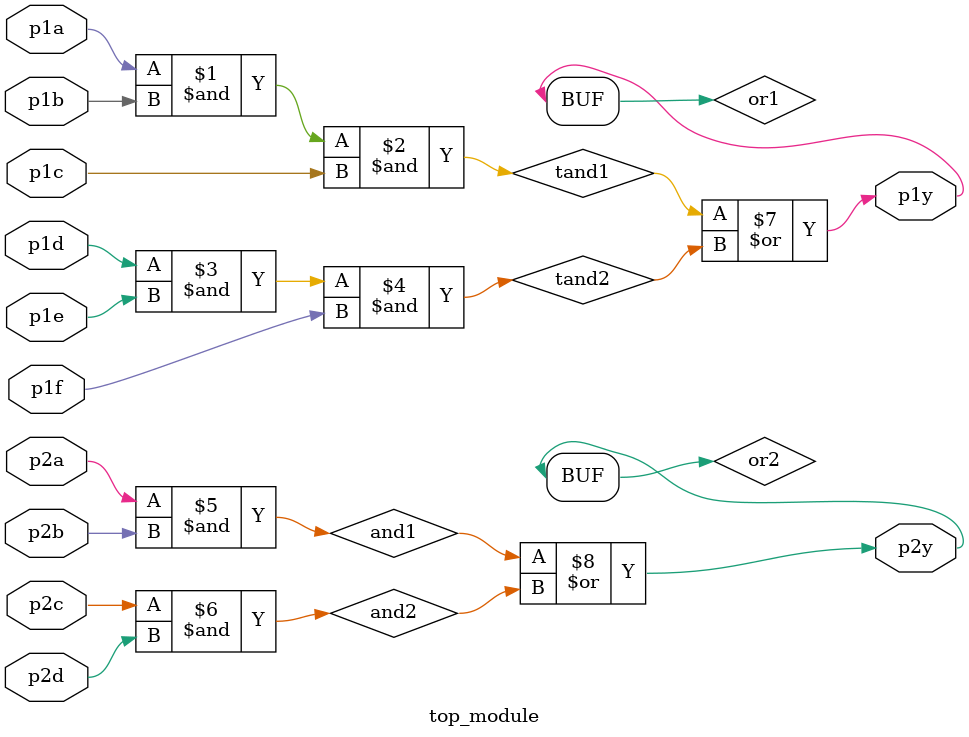
<source format=v>
module top_module ( 
    input p1a, p1b, p1c, p1d, p1e, p1f,
    output p1y,
    input p2a, p2b, p2c, p2d,
    output p2y );
	
    wire tand1;
    wire tand2;

    wire and1;
    wire and2;

    wire or1;
    wire or2;

    assign tand1 = p1a & p1b & p1c;
    assign tand2 = p1d & p1e & p1f;

    assign and1 = p2a & p2b;
    assign and2 = p2c & p2d;

    assign or1 = tand1 | tand2;
    assign or2 = and1 | and2;

    assign p1y = or1;
    assign p2y = or2;

endmodule
</source>
